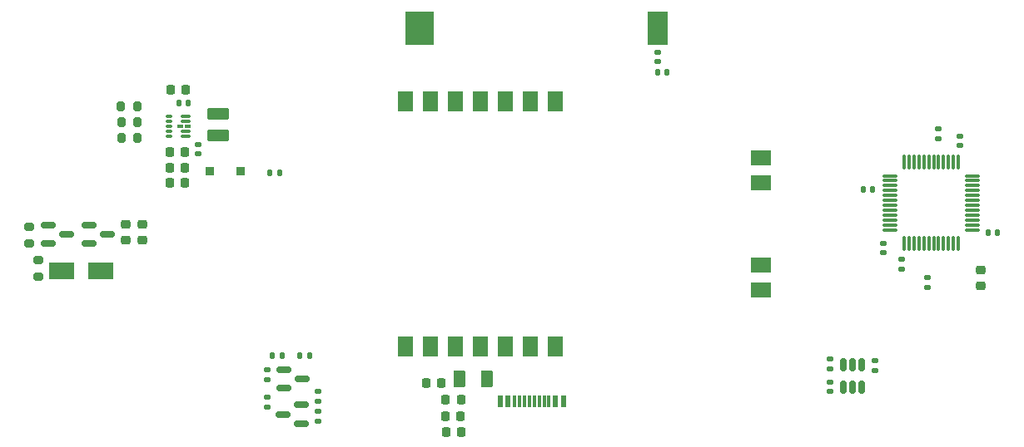
<source format=gbr>
G04 #@! TF.GenerationSoftware,KiCad,Pcbnew,7.0.5*
G04 #@! TF.CreationDate,2023-12-24T08:42:56+03:00*
G04 #@! TF.ProjectId,ALERT_RIDER_HARDWARE,414c4552-545f-4524-9944-45525f484152,rev?*
G04 #@! TF.SameCoordinates,Original*
G04 #@! TF.FileFunction,Paste,Bot*
G04 #@! TF.FilePolarity,Positive*
%FSLAX46Y46*%
G04 Gerber Fmt 4.6, Leading zero omitted, Abs format (unit mm)*
G04 Created by KiCad (PCBNEW 7.0.5) date 2023-12-24 08:42:56*
%MOMM*%
%LPD*%
G01*
G04 APERTURE LIST*
G04 Aperture macros list*
%AMRoundRect*
0 Rectangle with rounded corners*
0 $1 Rounding radius*
0 $2 $3 $4 $5 $6 $7 $8 $9 X,Y pos of 4 corners*
0 Add a 4 corners polygon primitive as box body*
4,1,4,$2,$3,$4,$5,$6,$7,$8,$9,$2,$3,0*
0 Add four circle primitives for the rounded corners*
1,1,$1+$1,$2,$3*
1,1,$1+$1,$4,$5*
1,1,$1+$1,$6,$7*
1,1,$1+$1,$8,$9*
0 Add four rect primitives between the rounded corners*
20,1,$1+$1,$2,$3,$4,$5,0*
20,1,$1+$1,$4,$5,$6,$7,0*
20,1,$1+$1,$6,$7,$8,$9,0*
20,1,$1+$1,$8,$9,$2,$3,0*%
G04 Aperture macros list end*
%ADD10C,0.010000*%
%ADD11RoundRect,0.135000X0.185000X-0.135000X0.185000X0.135000X-0.185000X0.135000X-0.185000X-0.135000X0*%
%ADD12RoundRect,0.225000X0.225000X0.250000X-0.225000X0.250000X-0.225000X-0.250000X0.225000X-0.250000X0*%
%ADD13RoundRect,0.140000X0.140000X0.170000X-0.140000X0.170000X-0.140000X-0.170000X0.140000X-0.170000X0*%
%ADD14RoundRect,0.218750X0.218750X0.256250X-0.218750X0.256250X-0.218750X-0.256250X0.218750X-0.256250X0*%
%ADD15RoundRect,0.150000X0.150000X-0.512500X0.150000X0.512500X-0.150000X0.512500X-0.150000X-0.512500X0*%
%ADD16RoundRect,0.075000X-0.662500X-0.075000X0.662500X-0.075000X0.662500X0.075000X-0.662500X0.075000X0*%
%ADD17RoundRect,0.075000X-0.075000X-0.662500X0.075000X-0.662500X0.075000X0.662500X-0.075000X0.662500X0*%
%ADD18RoundRect,0.250000X0.850000X-0.375000X0.850000X0.375000X-0.850000X0.375000X-0.850000X-0.375000X0*%
%ADD19RoundRect,0.140000X0.170000X-0.140000X0.170000X0.140000X-0.170000X0.140000X-0.170000X-0.140000X0*%
%ADD20RoundRect,0.135000X-0.185000X0.135000X-0.185000X-0.135000X0.185000X-0.135000X0.185000X0.135000X0*%
%ADD21RoundRect,0.135000X0.135000X0.185000X-0.135000X0.185000X-0.135000X-0.185000X0.135000X-0.185000X0*%
%ADD22R,2.500000X1.800000*%
%ADD23RoundRect,0.135000X-0.135000X-0.185000X0.135000X-0.185000X0.135000X0.185000X-0.135000X0.185000X0*%
%ADD24RoundRect,0.012500X-0.287500X-0.112500X0.287500X-0.112500X0.287500X0.112500X-0.287500X0.112500X0*%
%ADD25RoundRect,0.012500X-0.437500X-0.112500X0.437500X-0.112500X0.437500X0.112500X-0.437500X0.112500X0*%
%ADD26RoundRect,0.140000X-0.170000X0.140000X-0.170000X-0.140000X0.170000X-0.140000X0.170000X0.140000X0*%
%ADD27RoundRect,0.200000X-0.200000X-0.275000X0.200000X-0.275000X0.200000X0.275000X-0.200000X0.275000X0*%
%ADD28RoundRect,0.225000X0.250000X-0.225000X0.250000X0.225000X-0.250000X0.225000X-0.250000X-0.225000X0*%
%ADD29RoundRect,0.150000X-0.587500X-0.150000X0.587500X-0.150000X0.587500X0.150000X-0.587500X0.150000X0*%
%ADD30RoundRect,0.200000X0.200000X0.275000X-0.200000X0.275000X-0.200000X-0.275000X0.200000X-0.275000X0*%
%ADD31RoundRect,0.218750X0.256250X-0.218750X0.256250X0.218750X-0.256250X0.218750X-0.256250X-0.218750X0*%
%ADD32RoundRect,0.225000X-0.225000X-0.250000X0.225000X-0.250000X0.225000X0.250000X-0.225000X0.250000X0*%
%ADD33R,0.600000X1.150000*%
%ADD34R,0.300000X1.150000*%
%ADD35RoundRect,0.200000X0.275000X-0.200000X0.275000X0.200000X-0.275000X0.200000X-0.275000X-0.200000X0*%
%ADD36RoundRect,0.250000X0.375000X0.625000X-0.375000X0.625000X-0.375000X-0.625000X0.375000X-0.625000X0*%
%ADD37R,2.000000X3.500000*%
%ADD38R,3.000000X3.500000*%
%ADD39RoundRect,0.147500X-0.147500X-0.172500X0.147500X-0.172500X0.147500X0.172500X-0.147500X0.172500X0*%
%ADD40RoundRect,0.150000X0.587500X0.150000X-0.587500X0.150000X-0.587500X-0.150000X0.587500X-0.150000X0*%
%ADD41R,1.550000X2.000000*%
%ADD42R,2.000000X1.550000*%
%ADD43RoundRect,0.140000X-0.140000X-0.170000X0.140000X-0.170000X0.140000X0.170000X-0.140000X0.170000X0*%
%ADD44R,0.900000X0.950000*%
G04 APERTURE END LIST*
D10*
X72608000Y-54726000D02*
X72610000Y-54726000D01*
X72613000Y-54727000D01*
X72615000Y-54727000D01*
X72618000Y-54728000D01*
X72620000Y-54729000D01*
X72623000Y-54730000D01*
X72625000Y-54732000D01*
X72627000Y-54733000D01*
X72629000Y-54735000D01*
X72631000Y-54736000D01*
X72633000Y-54738000D01*
X72635000Y-54740000D01*
X72637000Y-54742000D01*
X72639000Y-54744000D01*
X72640000Y-54746000D01*
X72642000Y-54748000D01*
X72643000Y-54750000D01*
X72645000Y-54752000D01*
X72646000Y-54755000D01*
X72647000Y-54757000D01*
X72648000Y-54760000D01*
X72648000Y-54762000D01*
X72649000Y-54765000D01*
X72649000Y-54767000D01*
X72650000Y-54770000D01*
X72650000Y-54772000D01*
X72650000Y-54775000D01*
X72650000Y-54925000D01*
X72650000Y-54928000D01*
X72650000Y-54930000D01*
X72649000Y-54933000D01*
X72649000Y-54935000D01*
X72648000Y-54938000D01*
X72648000Y-54940000D01*
X72647000Y-54943000D01*
X72646000Y-54945000D01*
X72645000Y-54948000D01*
X72643000Y-54950000D01*
X72642000Y-54952000D01*
X72640000Y-54954000D01*
X72639000Y-54956000D01*
X72637000Y-54958000D01*
X72635000Y-54960000D01*
X72633000Y-54962000D01*
X72631000Y-54964000D01*
X72629000Y-54965000D01*
X72627000Y-54967000D01*
X72625000Y-54968000D01*
X72623000Y-54970000D01*
X72620000Y-54971000D01*
X72618000Y-54972000D01*
X72615000Y-54973000D01*
X72613000Y-54973000D01*
X72610000Y-54974000D01*
X72608000Y-54974000D01*
X72605000Y-54975000D01*
X72603000Y-54975000D01*
X72600000Y-54975000D01*
X72150000Y-54975000D01*
X72147000Y-54975000D01*
X72145000Y-54975000D01*
X72142000Y-54974000D01*
X72140000Y-54974000D01*
X72137000Y-54973000D01*
X72135000Y-54973000D01*
X72132000Y-54972000D01*
X72130000Y-54971000D01*
X72127000Y-54970000D01*
X72125000Y-54968000D01*
X72123000Y-54967000D01*
X72121000Y-54965000D01*
X72119000Y-54964000D01*
X72117000Y-54962000D01*
X72115000Y-54960000D01*
X72113000Y-54958000D01*
X72111000Y-54956000D01*
X72110000Y-54954000D01*
X72108000Y-54952000D01*
X72107000Y-54950000D01*
X72105000Y-54948000D01*
X72104000Y-54945000D01*
X72103000Y-54943000D01*
X72102000Y-54940000D01*
X72102000Y-54938000D01*
X72101000Y-54935000D01*
X72101000Y-54933000D01*
X72100000Y-54930000D01*
X72100000Y-54928000D01*
X72100000Y-54925000D01*
X72100000Y-54775000D01*
X72100000Y-54772000D01*
X72100000Y-54770000D01*
X72101000Y-54767000D01*
X72101000Y-54765000D01*
X72102000Y-54762000D01*
X72102000Y-54760000D01*
X72103000Y-54757000D01*
X72104000Y-54755000D01*
X72105000Y-54752000D01*
X72107000Y-54750000D01*
X72108000Y-54748000D01*
X72110000Y-54746000D01*
X72111000Y-54744000D01*
X72113000Y-54742000D01*
X72115000Y-54740000D01*
X72117000Y-54738000D01*
X72119000Y-54736000D01*
X72121000Y-54735000D01*
X72123000Y-54733000D01*
X72125000Y-54732000D01*
X72127000Y-54730000D01*
X72130000Y-54729000D01*
X72132000Y-54728000D01*
X72135000Y-54727000D01*
X72137000Y-54727000D01*
X72140000Y-54726000D01*
X72142000Y-54726000D01*
X72145000Y-54725000D01*
X72147000Y-54725000D01*
X72150000Y-54725000D01*
X72600000Y-54725000D01*
X72603000Y-54725000D01*
X72605000Y-54725000D01*
X72608000Y-54726000D01*
G36*
X72608000Y-54726000D02*
G01*
X72610000Y-54726000D01*
X72613000Y-54727000D01*
X72615000Y-54727000D01*
X72618000Y-54728000D01*
X72620000Y-54729000D01*
X72623000Y-54730000D01*
X72625000Y-54732000D01*
X72627000Y-54733000D01*
X72629000Y-54735000D01*
X72631000Y-54736000D01*
X72633000Y-54738000D01*
X72635000Y-54740000D01*
X72637000Y-54742000D01*
X72639000Y-54744000D01*
X72640000Y-54746000D01*
X72642000Y-54748000D01*
X72643000Y-54750000D01*
X72645000Y-54752000D01*
X72646000Y-54755000D01*
X72647000Y-54757000D01*
X72648000Y-54760000D01*
X72648000Y-54762000D01*
X72649000Y-54765000D01*
X72649000Y-54767000D01*
X72650000Y-54770000D01*
X72650000Y-54772000D01*
X72650000Y-54775000D01*
X72650000Y-54925000D01*
X72650000Y-54928000D01*
X72650000Y-54930000D01*
X72649000Y-54933000D01*
X72649000Y-54935000D01*
X72648000Y-54938000D01*
X72648000Y-54940000D01*
X72647000Y-54943000D01*
X72646000Y-54945000D01*
X72645000Y-54948000D01*
X72643000Y-54950000D01*
X72642000Y-54952000D01*
X72640000Y-54954000D01*
X72639000Y-54956000D01*
X72637000Y-54958000D01*
X72635000Y-54960000D01*
X72633000Y-54962000D01*
X72631000Y-54964000D01*
X72629000Y-54965000D01*
X72627000Y-54967000D01*
X72625000Y-54968000D01*
X72623000Y-54970000D01*
X72620000Y-54971000D01*
X72618000Y-54972000D01*
X72615000Y-54973000D01*
X72613000Y-54973000D01*
X72610000Y-54974000D01*
X72608000Y-54974000D01*
X72605000Y-54975000D01*
X72603000Y-54975000D01*
X72600000Y-54975000D01*
X72150000Y-54975000D01*
X72147000Y-54975000D01*
X72145000Y-54975000D01*
X72142000Y-54974000D01*
X72140000Y-54974000D01*
X72137000Y-54973000D01*
X72135000Y-54973000D01*
X72132000Y-54972000D01*
X72130000Y-54971000D01*
X72127000Y-54970000D01*
X72125000Y-54968000D01*
X72123000Y-54967000D01*
X72121000Y-54965000D01*
X72119000Y-54964000D01*
X72117000Y-54962000D01*
X72115000Y-54960000D01*
X72113000Y-54958000D01*
X72111000Y-54956000D01*
X72110000Y-54954000D01*
X72108000Y-54952000D01*
X72107000Y-54950000D01*
X72105000Y-54948000D01*
X72104000Y-54945000D01*
X72103000Y-54943000D01*
X72102000Y-54940000D01*
X72102000Y-54938000D01*
X72101000Y-54935000D01*
X72101000Y-54933000D01*
X72100000Y-54930000D01*
X72100000Y-54928000D01*
X72100000Y-54925000D01*
X72100000Y-54775000D01*
X72100000Y-54772000D01*
X72100000Y-54770000D01*
X72101000Y-54767000D01*
X72101000Y-54765000D01*
X72102000Y-54762000D01*
X72102000Y-54760000D01*
X72103000Y-54757000D01*
X72104000Y-54755000D01*
X72105000Y-54752000D01*
X72107000Y-54750000D01*
X72108000Y-54748000D01*
X72110000Y-54746000D01*
X72111000Y-54744000D01*
X72113000Y-54742000D01*
X72115000Y-54740000D01*
X72117000Y-54738000D01*
X72119000Y-54736000D01*
X72121000Y-54735000D01*
X72123000Y-54733000D01*
X72125000Y-54732000D01*
X72127000Y-54730000D01*
X72130000Y-54729000D01*
X72132000Y-54728000D01*
X72135000Y-54727000D01*
X72137000Y-54727000D01*
X72140000Y-54726000D01*
X72142000Y-54726000D01*
X72145000Y-54725000D01*
X72147000Y-54725000D01*
X72150000Y-54725000D01*
X72600000Y-54725000D01*
X72603000Y-54725000D01*
X72605000Y-54725000D01*
X72608000Y-54726000D01*
G37*
X73358000Y-54726000D02*
X73360000Y-54726000D01*
X73363000Y-54727000D01*
X73365000Y-54727000D01*
X73368000Y-54728000D01*
X73370000Y-54729000D01*
X73373000Y-54730000D01*
X73375000Y-54732000D01*
X73377000Y-54733000D01*
X73379000Y-54735000D01*
X73381000Y-54736000D01*
X73383000Y-54738000D01*
X73385000Y-54740000D01*
X73387000Y-54742000D01*
X73389000Y-54744000D01*
X73390000Y-54746000D01*
X73392000Y-54748000D01*
X73393000Y-54750000D01*
X73395000Y-54752000D01*
X73396000Y-54755000D01*
X73397000Y-54757000D01*
X73398000Y-54760000D01*
X73398000Y-54762000D01*
X73399000Y-54765000D01*
X73399000Y-54767000D01*
X73400000Y-54770000D01*
X73400000Y-54772000D01*
X73400000Y-54775000D01*
X73400000Y-54925000D01*
X73400000Y-54928000D01*
X73400000Y-54930000D01*
X73399000Y-54933000D01*
X73399000Y-54935000D01*
X73398000Y-54938000D01*
X73398000Y-54940000D01*
X73397000Y-54943000D01*
X73396000Y-54945000D01*
X73395000Y-54948000D01*
X73393000Y-54950000D01*
X73392000Y-54952000D01*
X73390000Y-54954000D01*
X73389000Y-54956000D01*
X73387000Y-54958000D01*
X73385000Y-54960000D01*
X73383000Y-54962000D01*
X73381000Y-54964000D01*
X73379000Y-54965000D01*
X73377000Y-54967000D01*
X73375000Y-54968000D01*
X73373000Y-54970000D01*
X73370000Y-54971000D01*
X73368000Y-54972000D01*
X73365000Y-54973000D01*
X73363000Y-54973000D01*
X73360000Y-54974000D01*
X73358000Y-54974000D01*
X73355000Y-54975000D01*
X73353000Y-54975000D01*
X73350000Y-54975000D01*
X72900000Y-54975000D01*
X72897000Y-54975000D01*
X72895000Y-54975000D01*
X72892000Y-54974000D01*
X72890000Y-54974000D01*
X72887000Y-54973000D01*
X72885000Y-54973000D01*
X72882000Y-54972000D01*
X72880000Y-54971000D01*
X72877000Y-54970000D01*
X72875000Y-54968000D01*
X72873000Y-54967000D01*
X72871000Y-54965000D01*
X72869000Y-54964000D01*
X72867000Y-54962000D01*
X72865000Y-54960000D01*
X72863000Y-54958000D01*
X72861000Y-54956000D01*
X72860000Y-54954000D01*
X72858000Y-54952000D01*
X72857000Y-54950000D01*
X72855000Y-54948000D01*
X72854000Y-54945000D01*
X72853000Y-54943000D01*
X72852000Y-54940000D01*
X72852000Y-54938000D01*
X72851000Y-54935000D01*
X72851000Y-54933000D01*
X72850000Y-54930000D01*
X72850000Y-54928000D01*
X72850000Y-54925000D01*
X72850000Y-54775000D01*
X72850000Y-54772000D01*
X72850000Y-54770000D01*
X72851000Y-54767000D01*
X72851000Y-54765000D01*
X72852000Y-54762000D01*
X72852000Y-54760000D01*
X72853000Y-54757000D01*
X72854000Y-54755000D01*
X72855000Y-54752000D01*
X72857000Y-54750000D01*
X72858000Y-54748000D01*
X72860000Y-54746000D01*
X72861000Y-54744000D01*
X72863000Y-54742000D01*
X72865000Y-54740000D01*
X72867000Y-54738000D01*
X72869000Y-54736000D01*
X72871000Y-54735000D01*
X72873000Y-54733000D01*
X72875000Y-54732000D01*
X72877000Y-54730000D01*
X72880000Y-54729000D01*
X72882000Y-54728000D01*
X72885000Y-54727000D01*
X72887000Y-54727000D01*
X72890000Y-54726000D01*
X72892000Y-54726000D01*
X72895000Y-54725000D01*
X72897000Y-54725000D01*
X72900000Y-54725000D01*
X73350000Y-54725000D01*
X73353000Y-54725000D01*
X73355000Y-54725000D01*
X73358000Y-54726000D01*
G36*
X73358000Y-54726000D02*
G01*
X73360000Y-54726000D01*
X73363000Y-54727000D01*
X73365000Y-54727000D01*
X73368000Y-54728000D01*
X73370000Y-54729000D01*
X73373000Y-54730000D01*
X73375000Y-54732000D01*
X73377000Y-54733000D01*
X73379000Y-54735000D01*
X73381000Y-54736000D01*
X73383000Y-54738000D01*
X73385000Y-54740000D01*
X73387000Y-54742000D01*
X73389000Y-54744000D01*
X73390000Y-54746000D01*
X73392000Y-54748000D01*
X73393000Y-54750000D01*
X73395000Y-54752000D01*
X73396000Y-54755000D01*
X73397000Y-54757000D01*
X73398000Y-54760000D01*
X73398000Y-54762000D01*
X73399000Y-54765000D01*
X73399000Y-54767000D01*
X73400000Y-54770000D01*
X73400000Y-54772000D01*
X73400000Y-54775000D01*
X73400000Y-54925000D01*
X73400000Y-54928000D01*
X73400000Y-54930000D01*
X73399000Y-54933000D01*
X73399000Y-54935000D01*
X73398000Y-54938000D01*
X73398000Y-54940000D01*
X73397000Y-54943000D01*
X73396000Y-54945000D01*
X73395000Y-54948000D01*
X73393000Y-54950000D01*
X73392000Y-54952000D01*
X73390000Y-54954000D01*
X73389000Y-54956000D01*
X73387000Y-54958000D01*
X73385000Y-54960000D01*
X73383000Y-54962000D01*
X73381000Y-54964000D01*
X73379000Y-54965000D01*
X73377000Y-54967000D01*
X73375000Y-54968000D01*
X73373000Y-54970000D01*
X73370000Y-54971000D01*
X73368000Y-54972000D01*
X73365000Y-54973000D01*
X73363000Y-54973000D01*
X73360000Y-54974000D01*
X73358000Y-54974000D01*
X73355000Y-54975000D01*
X73353000Y-54975000D01*
X73350000Y-54975000D01*
X72900000Y-54975000D01*
X72897000Y-54975000D01*
X72895000Y-54975000D01*
X72892000Y-54974000D01*
X72890000Y-54974000D01*
X72887000Y-54973000D01*
X72885000Y-54973000D01*
X72882000Y-54972000D01*
X72880000Y-54971000D01*
X72877000Y-54970000D01*
X72875000Y-54968000D01*
X72873000Y-54967000D01*
X72871000Y-54965000D01*
X72869000Y-54964000D01*
X72867000Y-54962000D01*
X72865000Y-54960000D01*
X72863000Y-54958000D01*
X72861000Y-54956000D01*
X72860000Y-54954000D01*
X72858000Y-54952000D01*
X72857000Y-54950000D01*
X72855000Y-54948000D01*
X72854000Y-54945000D01*
X72853000Y-54943000D01*
X72852000Y-54940000D01*
X72852000Y-54938000D01*
X72851000Y-54935000D01*
X72851000Y-54933000D01*
X72850000Y-54930000D01*
X72850000Y-54928000D01*
X72850000Y-54925000D01*
X72850000Y-54775000D01*
X72850000Y-54772000D01*
X72850000Y-54770000D01*
X72851000Y-54767000D01*
X72851000Y-54765000D01*
X72852000Y-54762000D01*
X72852000Y-54760000D01*
X72853000Y-54757000D01*
X72854000Y-54755000D01*
X72855000Y-54752000D01*
X72857000Y-54750000D01*
X72858000Y-54748000D01*
X72860000Y-54746000D01*
X72861000Y-54744000D01*
X72863000Y-54742000D01*
X72865000Y-54740000D01*
X72867000Y-54738000D01*
X72869000Y-54736000D01*
X72871000Y-54735000D01*
X72873000Y-54733000D01*
X72875000Y-54732000D01*
X72877000Y-54730000D01*
X72880000Y-54729000D01*
X72882000Y-54728000D01*
X72885000Y-54727000D01*
X72887000Y-54727000D01*
X72890000Y-54726000D01*
X72892000Y-54726000D01*
X72895000Y-54725000D01*
X72897000Y-54725000D01*
X72900000Y-54725000D01*
X73350000Y-54725000D01*
X73353000Y-54725000D01*
X73355000Y-54725000D01*
X73358000Y-54726000D01*
G37*
D11*
X81262500Y-83510000D03*
X81262500Y-82490000D03*
X86462500Y-82910000D03*
X86462500Y-81890000D03*
D12*
X72975000Y-51150000D03*
X71425000Y-51150000D03*
D13*
X142855000Y-61275000D03*
X141895000Y-61275000D03*
D14*
X100962500Y-82736250D03*
X99387500Y-82736250D03*
D15*
X141750000Y-81400000D03*
X140800000Y-81400000D03*
X139850000Y-81400000D03*
X139850000Y-79125000D03*
X140800000Y-79125000D03*
X141750000Y-79125000D03*
D16*
X144637500Y-65400000D03*
X144637500Y-64900000D03*
X144637500Y-64400000D03*
X144637500Y-63900000D03*
X144637500Y-63400000D03*
X144637500Y-62900000D03*
X144637500Y-62400000D03*
X144637500Y-61900000D03*
X144637500Y-61400000D03*
X144637500Y-60900000D03*
X144637500Y-60400000D03*
X144637500Y-59900000D03*
D17*
X146050000Y-58487500D03*
X146550000Y-58487500D03*
X147050000Y-58487500D03*
X147550000Y-58487500D03*
X148050000Y-58487500D03*
X148550000Y-58487500D03*
X149050000Y-58487500D03*
X149550000Y-58487500D03*
X150050000Y-58487500D03*
X150550000Y-58487500D03*
X151050000Y-58487500D03*
X151550000Y-58487500D03*
D16*
X152962500Y-59900000D03*
X152962500Y-60400000D03*
X152962500Y-60900000D03*
X152962500Y-61400000D03*
X152962500Y-61900000D03*
X152962500Y-62400000D03*
X152962500Y-62900000D03*
X152962500Y-63400000D03*
X152962500Y-63900000D03*
X152962500Y-64400000D03*
X152962500Y-64900000D03*
X152962500Y-65400000D03*
D17*
X151550000Y-66812500D03*
X151050000Y-66812500D03*
X150550000Y-66812500D03*
X150050000Y-66812500D03*
X149550000Y-66812500D03*
X149050000Y-66812500D03*
X148550000Y-66812500D03*
X148050000Y-66812500D03*
X147550000Y-66812500D03*
X147050000Y-66812500D03*
X146550000Y-66812500D03*
X146050000Y-66812500D03*
D18*
X76300000Y-55775000D03*
X76300000Y-53625000D03*
D19*
X151750000Y-56830000D03*
X151750000Y-55870000D03*
D20*
X149550000Y-55130000D03*
X149550000Y-56150000D03*
D21*
X82772500Y-78200000D03*
X81752500Y-78200000D03*
D22*
X64350000Y-69600000D03*
X60350000Y-69600000D03*
D13*
X73230000Y-52500000D03*
X72270000Y-52500000D03*
D11*
X81262500Y-80710000D03*
X81262500Y-79690000D03*
D12*
X72925000Y-60650000D03*
X71375000Y-60650000D03*
D23*
X81520000Y-59600000D03*
X82540000Y-59600000D03*
D24*
X71300000Y-55850000D03*
X71300000Y-55350000D03*
X71300000Y-54850000D03*
X71300000Y-54350000D03*
X71300000Y-53850000D03*
D25*
X72950000Y-53850000D03*
X72950000Y-54350000D03*
X72950000Y-55350000D03*
X72950000Y-55850000D03*
D26*
X138500000Y-80920000D03*
X138500000Y-81880000D03*
D27*
X66425000Y-54400000D03*
X68075000Y-54400000D03*
D20*
X148450000Y-70240000D03*
X148450000Y-71260000D03*
D26*
X74250000Y-56720000D03*
X74250000Y-57680000D03*
D28*
X68550000Y-66425000D03*
X68550000Y-64875000D03*
D29*
X59012500Y-66800000D03*
X59012500Y-64900000D03*
X60887500Y-65850000D03*
D30*
X68025000Y-52800000D03*
X66375000Y-52800000D03*
D12*
X72925000Y-57450000D03*
X71375000Y-57450000D03*
D11*
X138500000Y-79610000D03*
X138500000Y-78590000D03*
D31*
X153850000Y-71075000D03*
X153850000Y-69500000D03*
D30*
X68075000Y-56000000D03*
X66425000Y-56000000D03*
D32*
X99450000Y-85976250D03*
X101000000Y-85976250D03*
D29*
X63112500Y-66800000D03*
X63112500Y-64900000D03*
X64987500Y-65850000D03*
D23*
X84552500Y-78200000D03*
X85572500Y-78200000D03*
D11*
X143100000Y-79710000D03*
X143100000Y-78690000D03*
D26*
X145800000Y-68420000D03*
X145800000Y-69380000D03*
D32*
X99400000Y-84376250D03*
X100950000Y-84376250D03*
D33*
X111380000Y-82915000D03*
X104980000Y-82915000D03*
X110580000Y-82915000D03*
X105780000Y-82915000D03*
D34*
X109430000Y-82915000D03*
X108430000Y-82915000D03*
X107930000Y-82915000D03*
X106930000Y-82915000D03*
X106430000Y-82915000D03*
X107430000Y-82915000D03*
X108930000Y-82915000D03*
X109930000Y-82915000D03*
D26*
X143900000Y-66770000D03*
X143900000Y-67730000D03*
D12*
X98975000Y-81000000D03*
X97425000Y-81000000D03*
D35*
X57050000Y-66775000D03*
X57050000Y-65125000D03*
D12*
X72925000Y-59050000D03*
X71375000Y-59050000D03*
D36*
X103600000Y-80600000D03*
X100800000Y-80600000D03*
D35*
X57950000Y-70175000D03*
X57950000Y-68525000D03*
D19*
X120975000Y-48280000D03*
X120975000Y-47320000D03*
D37*
X120975000Y-44825000D03*
D38*
X96775000Y-44875000D03*
D39*
X120955000Y-49390000D03*
X121925000Y-49390000D03*
D40*
X84737500Y-83250000D03*
X84737500Y-85150000D03*
X82862500Y-84200000D03*
D41*
X95350000Y-52300000D03*
X97890000Y-52300000D03*
X100430000Y-52300000D03*
X102970000Y-52300000D03*
X105510000Y-52300000D03*
X108050000Y-52300000D03*
X110590000Y-52300000D03*
D42*
X131470000Y-58030000D03*
X131470000Y-60570000D03*
X131470000Y-69030000D03*
X131470000Y-71570000D03*
D41*
X110590000Y-77300000D03*
X108050000Y-77300000D03*
X105510000Y-77300000D03*
X102970000Y-77300000D03*
X100430000Y-77300000D03*
X97890000Y-77300000D03*
X95350000Y-77300000D03*
D29*
X82925000Y-81550000D03*
X82925000Y-79650000D03*
X84800000Y-80600000D03*
D28*
X66890000Y-66425000D03*
X66890000Y-64875000D03*
D43*
X154570000Y-65650000D03*
X155530000Y-65650000D03*
D11*
X86462500Y-84910000D03*
X86462500Y-83890000D03*
D44*
X78550000Y-59400000D03*
X75400000Y-59400000D03*
M02*

</source>
